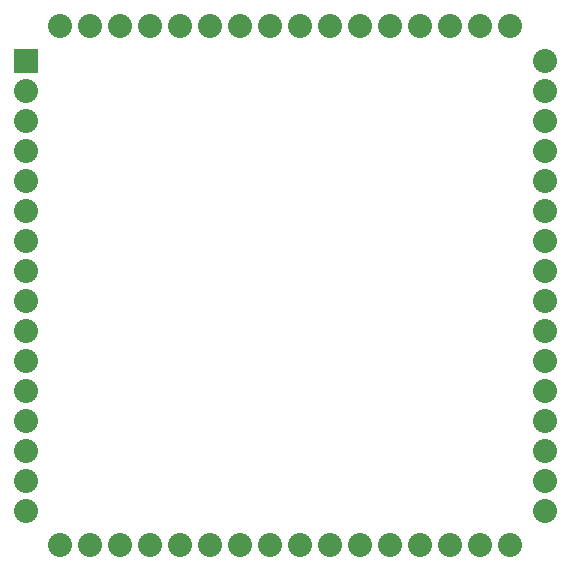
<source format=gbs>
G75*
%MOIN*%
%OFA0B0*%
%FSLAX25Y25*%
%IPPOS*%
%LPD*%
%AMOC8*
5,1,8,0,0,1.08239X$1,22.5*
%
%ADD10R,0.08000X0.08000*%
%ADD11C,0.08000*%
D10*
X0006906Y0168520D03*
D11*
X0006906Y0018520D03*
X0006906Y0028520D03*
X0006906Y0038520D03*
X0006906Y0048520D03*
X0006906Y0058520D03*
X0006906Y0068520D03*
X0006906Y0078520D03*
X0006906Y0088520D03*
X0006906Y0098520D03*
X0006906Y0108520D03*
X0006906Y0118520D03*
X0006906Y0128520D03*
X0006906Y0138520D03*
X0006906Y0148520D03*
X0006906Y0158520D03*
X0018520Y0180134D03*
X0028520Y0180134D03*
X0038520Y0180134D03*
X0048520Y0180134D03*
X0058520Y0180134D03*
X0068520Y0180134D03*
X0078520Y0180134D03*
X0088520Y0180134D03*
X0098520Y0180134D03*
X0108520Y0180134D03*
X0118520Y0180134D03*
X0128520Y0180134D03*
X0138520Y0180134D03*
X0148520Y0180134D03*
X0158520Y0180134D03*
X0168520Y0180134D03*
X0180134Y0168520D03*
X0180134Y0158520D03*
X0180134Y0148520D03*
X0180134Y0138520D03*
X0180134Y0128520D03*
X0180134Y0118520D03*
X0180134Y0108520D03*
X0180134Y0098520D03*
X0180134Y0088520D03*
X0180134Y0078520D03*
X0180134Y0068520D03*
X0180134Y0058520D03*
X0180134Y0048520D03*
X0180134Y0038520D03*
X0180134Y0028520D03*
X0180134Y0018520D03*
X0168520Y0006906D03*
X0158520Y0006906D03*
X0148520Y0006906D03*
X0138520Y0006906D03*
X0128520Y0006906D03*
X0118520Y0006906D03*
X0108520Y0006906D03*
X0098520Y0006906D03*
X0088520Y0006906D03*
X0078520Y0006906D03*
X0068520Y0006906D03*
X0058520Y0006906D03*
X0048520Y0006906D03*
X0038520Y0006906D03*
X0028520Y0006906D03*
X0018520Y0006906D03*
M02*

</source>
